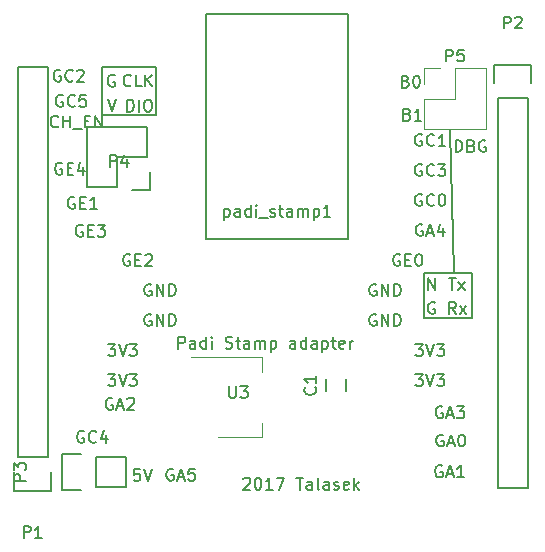
<source format=gbr>
G04 #@! TF.FileFunction,Legend,Top*
%FSLAX46Y46*%
G04 Gerber Fmt 4.6, Leading zero omitted, Abs format (unit mm)*
G04 Created by KiCad (PCBNEW 4.0.7+dfsg1-1) date Tue Feb 27 20:30:27 2018*
%MOMM*%
%LPD*%
G01*
G04 APERTURE LIST*
%ADD10C,0.100000*%
%ADD11C,0.200000*%
%ADD12C,0.150000*%
%ADD13C,0.120000*%
G04 APERTURE END LIST*
D10*
D11*
X171196000Y-108966000D02*
X171577000Y-121031000D01*
X169037000Y-124841000D02*
X169037000Y-121031000D01*
X173101000Y-124841000D02*
X169037000Y-124841000D01*
X173101000Y-121031000D02*
X173101000Y-124841000D01*
X169037000Y-121031000D02*
X173101000Y-121031000D01*
X169386286Y-122499381D02*
X169386286Y-121499381D01*
X169957715Y-122499381D01*
X169957715Y-121499381D01*
X169933905Y-123579000D02*
X169838667Y-123531381D01*
X169695810Y-123531381D01*
X169552952Y-123579000D01*
X169457714Y-123674238D01*
X169410095Y-123769476D01*
X169362476Y-123959952D01*
X169362476Y-124102810D01*
X169410095Y-124293286D01*
X169457714Y-124388524D01*
X169552952Y-124483762D01*
X169695810Y-124531381D01*
X169791048Y-124531381D01*
X169933905Y-124483762D01*
X169981524Y-124436143D01*
X169981524Y-124102810D01*
X169791048Y-124102810D01*
X171735762Y-124531381D02*
X171402428Y-124055190D01*
X171164333Y-124531381D02*
X171164333Y-123531381D01*
X171545286Y-123531381D01*
X171640524Y-123579000D01*
X171688143Y-123626619D01*
X171735762Y-123721857D01*
X171735762Y-123864714D01*
X171688143Y-123959952D01*
X171640524Y-124007571D01*
X171545286Y-124055190D01*
X171164333Y-124055190D01*
X172069095Y-124531381D02*
X172592905Y-123864714D01*
X172069095Y-123864714D02*
X172592905Y-124531381D01*
X171140524Y-121499381D02*
X171711953Y-121499381D01*
X171426238Y-122499381D02*
X171426238Y-121499381D01*
X171950048Y-122499381D02*
X172473858Y-121832714D01*
X171950048Y-121832714D02*
X172473858Y-122499381D01*
X171712095Y-110815381D02*
X171712095Y-109815381D01*
X171950190Y-109815381D01*
X172093048Y-109863000D01*
X172188286Y-109958238D01*
X172235905Y-110053476D01*
X172283524Y-110243952D01*
X172283524Y-110386810D01*
X172235905Y-110577286D01*
X172188286Y-110672524D01*
X172093048Y-110767762D01*
X171950190Y-110815381D01*
X171712095Y-110815381D01*
X173045429Y-110291571D02*
X173188286Y-110339190D01*
X173235905Y-110386810D01*
X173283524Y-110482048D01*
X173283524Y-110624905D01*
X173235905Y-110720143D01*
X173188286Y-110767762D01*
X173093048Y-110815381D01*
X172712095Y-110815381D01*
X172712095Y-109815381D01*
X173045429Y-109815381D01*
X173140667Y-109863000D01*
X173188286Y-109910619D01*
X173235905Y-110005857D01*
X173235905Y-110101095D01*
X173188286Y-110196333D01*
X173140667Y-110243952D01*
X173045429Y-110291571D01*
X172712095Y-110291571D01*
X174235905Y-109863000D02*
X174140667Y-109815381D01*
X173997810Y-109815381D01*
X173854952Y-109863000D01*
X173759714Y-109958238D01*
X173712095Y-110053476D01*
X173664476Y-110243952D01*
X173664476Y-110386810D01*
X173712095Y-110577286D01*
X173759714Y-110672524D01*
X173854952Y-110767762D01*
X173997810Y-110815381D01*
X174093048Y-110815381D01*
X174235905Y-110767762D01*
X174283524Y-110720143D01*
X174283524Y-110386810D01*
X174093048Y-110386810D01*
X141732000Y-107696000D02*
X141732000Y-103632000D01*
X146304000Y-107696000D02*
X141732000Y-107696000D01*
X146304000Y-103632000D02*
X146304000Y-107696000D01*
X141732000Y-103632000D02*
X146304000Y-103632000D01*
X143908591Y-107386381D02*
X143908591Y-106386381D01*
X144146686Y-106386381D01*
X144289544Y-106434000D01*
X144384782Y-106529238D01*
X144432401Y-106624476D01*
X144480020Y-106814952D01*
X144480020Y-106957810D01*
X144432401Y-107148286D01*
X144384782Y-107243524D01*
X144289544Y-107338762D01*
X144146686Y-107386381D01*
X143908591Y-107386381D01*
X144908591Y-107386381D02*
X144908591Y-106386381D01*
X145575257Y-106386381D02*
X145765734Y-106386381D01*
X145860972Y-106434000D01*
X145956210Y-106529238D01*
X146003829Y-106719714D01*
X146003829Y-107053048D01*
X145956210Y-107243524D01*
X145860972Y-107338762D01*
X145765734Y-107386381D01*
X145575257Y-107386381D01*
X145480019Y-107338762D01*
X145384781Y-107243524D01*
X145337162Y-107053048D01*
X145337162Y-106719714D01*
X145384781Y-106529238D01*
X145480019Y-106434000D01*
X145575257Y-106386381D01*
X144210162Y-105157543D02*
X144162543Y-105205162D01*
X144019686Y-105252781D01*
X143924448Y-105252781D01*
X143781590Y-105205162D01*
X143686352Y-105109924D01*
X143638733Y-105014686D01*
X143591114Y-104824210D01*
X143591114Y-104681352D01*
X143638733Y-104490876D01*
X143686352Y-104395638D01*
X143781590Y-104300400D01*
X143924448Y-104252781D01*
X144019686Y-104252781D01*
X144162543Y-104300400D01*
X144210162Y-104348019D01*
X145114924Y-105252781D02*
X144638733Y-105252781D01*
X144638733Y-104252781D01*
X145448257Y-105252781D02*
X145448257Y-104252781D01*
X146019686Y-105252781D02*
X145591114Y-104681352D01*
X146019686Y-104252781D02*
X145448257Y-104824210D01*
X142262267Y-106360981D02*
X142595600Y-107360981D01*
X142928934Y-106360981D01*
X142832105Y-104325800D02*
X142736867Y-104278181D01*
X142594010Y-104278181D01*
X142451152Y-104325800D01*
X142355914Y-104421038D01*
X142308295Y-104516276D01*
X142260676Y-104706752D01*
X142260676Y-104849610D01*
X142308295Y-105040086D01*
X142355914Y-105135324D01*
X142451152Y-105230562D01*
X142594010Y-105278181D01*
X142689248Y-105278181D01*
X142832105Y-105230562D01*
X142879724Y-105182943D01*
X142879724Y-104849610D01*
X142689248Y-104849610D01*
X144970524Y-137653781D02*
X144494333Y-137653781D01*
X144446714Y-138129971D01*
X144494333Y-138082352D01*
X144589571Y-138034733D01*
X144827667Y-138034733D01*
X144922905Y-138082352D01*
X144970524Y-138129971D01*
X145018143Y-138225210D01*
X145018143Y-138463305D01*
X144970524Y-138558543D01*
X144922905Y-138606162D01*
X144827667Y-138653781D01*
X144589571Y-138653781D01*
X144494333Y-138606162D01*
X144446714Y-138558543D01*
X145303857Y-137653781D02*
X145637190Y-138653781D01*
X145970524Y-137653781D01*
X147794743Y-137676000D02*
X147699505Y-137628381D01*
X147556648Y-137628381D01*
X147413790Y-137676000D01*
X147318552Y-137771238D01*
X147270933Y-137866476D01*
X147223314Y-138056952D01*
X147223314Y-138199810D01*
X147270933Y-138390286D01*
X147318552Y-138485524D01*
X147413790Y-138580762D01*
X147556648Y-138628381D01*
X147651886Y-138628381D01*
X147794743Y-138580762D01*
X147842362Y-138533143D01*
X147842362Y-138199810D01*
X147651886Y-138199810D01*
X148223314Y-138342667D02*
X148699505Y-138342667D01*
X148128076Y-138628381D02*
X148461409Y-137628381D01*
X148794743Y-138628381D01*
X149604267Y-137628381D02*
X149128076Y-137628381D01*
X149080457Y-138104571D01*
X149128076Y-138056952D01*
X149223314Y-138009333D01*
X149461410Y-138009333D01*
X149556648Y-138056952D01*
X149604267Y-138104571D01*
X149651886Y-138199810D01*
X149651886Y-138437905D01*
X149604267Y-138533143D01*
X149556648Y-138580762D01*
X149461410Y-138628381D01*
X149223314Y-138628381D01*
X149128076Y-138580762D01*
X149080457Y-138533143D01*
X148241666Y-127452381D02*
X148241666Y-126452381D01*
X148622619Y-126452381D01*
X148717857Y-126500000D01*
X148765476Y-126547619D01*
X148813095Y-126642857D01*
X148813095Y-126785714D01*
X148765476Y-126880952D01*
X148717857Y-126928571D01*
X148622619Y-126976190D01*
X148241666Y-126976190D01*
X149670238Y-127452381D02*
X149670238Y-126928571D01*
X149622619Y-126833333D01*
X149527381Y-126785714D01*
X149336904Y-126785714D01*
X149241666Y-126833333D01*
X149670238Y-127404762D02*
X149575000Y-127452381D01*
X149336904Y-127452381D01*
X149241666Y-127404762D01*
X149194047Y-127309524D01*
X149194047Y-127214286D01*
X149241666Y-127119048D01*
X149336904Y-127071429D01*
X149575000Y-127071429D01*
X149670238Y-127023810D01*
X150575000Y-127452381D02*
X150575000Y-126452381D01*
X150575000Y-127404762D02*
X150479762Y-127452381D01*
X150289285Y-127452381D01*
X150194047Y-127404762D01*
X150146428Y-127357143D01*
X150098809Y-127261905D01*
X150098809Y-126976190D01*
X150146428Y-126880952D01*
X150194047Y-126833333D01*
X150289285Y-126785714D01*
X150479762Y-126785714D01*
X150575000Y-126833333D01*
X151051190Y-127452381D02*
X151051190Y-126785714D01*
X151051190Y-126452381D02*
X151003571Y-126500000D01*
X151051190Y-126547619D01*
X151098809Y-126500000D01*
X151051190Y-126452381D01*
X151051190Y-126547619D01*
X152241666Y-127404762D02*
X152384523Y-127452381D01*
X152622619Y-127452381D01*
X152717857Y-127404762D01*
X152765476Y-127357143D01*
X152813095Y-127261905D01*
X152813095Y-127166667D01*
X152765476Y-127071429D01*
X152717857Y-127023810D01*
X152622619Y-126976190D01*
X152432142Y-126928571D01*
X152336904Y-126880952D01*
X152289285Y-126833333D01*
X152241666Y-126738095D01*
X152241666Y-126642857D01*
X152289285Y-126547619D01*
X152336904Y-126500000D01*
X152432142Y-126452381D01*
X152670238Y-126452381D01*
X152813095Y-126500000D01*
X153098809Y-126785714D02*
X153479761Y-126785714D01*
X153241666Y-126452381D02*
X153241666Y-127309524D01*
X153289285Y-127404762D01*
X153384523Y-127452381D01*
X153479761Y-127452381D01*
X154241667Y-127452381D02*
X154241667Y-126928571D01*
X154194048Y-126833333D01*
X154098810Y-126785714D01*
X153908333Y-126785714D01*
X153813095Y-126833333D01*
X154241667Y-127404762D02*
X154146429Y-127452381D01*
X153908333Y-127452381D01*
X153813095Y-127404762D01*
X153765476Y-127309524D01*
X153765476Y-127214286D01*
X153813095Y-127119048D01*
X153908333Y-127071429D01*
X154146429Y-127071429D01*
X154241667Y-127023810D01*
X154717857Y-127452381D02*
X154717857Y-126785714D01*
X154717857Y-126880952D02*
X154765476Y-126833333D01*
X154860714Y-126785714D01*
X155003572Y-126785714D01*
X155098810Y-126833333D01*
X155146429Y-126928571D01*
X155146429Y-127452381D01*
X155146429Y-126928571D02*
X155194048Y-126833333D01*
X155289286Y-126785714D01*
X155432143Y-126785714D01*
X155527381Y-126833333D01*
X155575000Y-126928571D01*
X155575000Y-127452381D01*
X156051190Y-126785714D02*
X156051190Y-127785714D01*
X156051190Y-126833333D02*
X156146428Y-126785714D01*
X156336905Y-126785714D01*
X156432143Y-126833333D01*
X156479762Y-126880952D01*
X156527381Y-126976190D01*
X156527381Y-127261905D01*
X156479762Y-127357143D01*
X156432143Y-127404762D01*
X156336905Y-127452381D01*
X156146428Y-127452381D01*
X156051190Y-127404762D01*
X158146429Y-127452381D02*
X158146429Y-126928571D01*
X158098810Y-126833333D01*
X158003572Y-126785714D01*
X157813095Y-126785714D01*
X157717857Y-126833333D01*
X158146429Y-127404762D02*
X158051191Y-127452381D01*
X157813095Y-127452381D01*
X157717857Y-127404762D01*
X157670238Y-127309524D01*
X157670238Y-127214286D01*
X157717857Y-127119048D01*
X157813095Y-127071429D01*
X158051191Y-127071429D01*
X158146429Y-127023810D01*
X159051191Y-127452381D02*
X159051191Y-126452381D01*
X159051191Y-127404762D02*
X158955953Y-127452381D01*
X158765476Y-127452381D01*
X158670238Y-127404762D01*
X158622619Y-127357143D01*
X158575000Y-127261905D01*
X158575000Y-126976190D01*
X158622619Y-126880952D01*
X158670238Y-126833333D01*
X158765476Y-126785714D01*
X158955953Y-126785714D01*
X159051191Y-126833333D01*
X159955953Y-127452381D02*
X159955953Y-126928571D01*
X159908334Y-126833333D01*
X159813096Y-126785714D01*
X159622619Y-126785714D01*
X159527381Y-126833333D01*
X159955953Y-127404762D02*
X159860715Y-127452381D01*
X159622619Y-127452381D01*
X159527381Y-127404762D01*
X159479762Y-127309524D01*
X159479762Y-127214286D01*
X159527381Y-127119048D01*
X159622619Y-127071429D01*
X159860715Y-127071429D01*
X159955953Y-127023810D01*
X160432143Y-126785714D02*
X160432143Y-127785714D01*
X160432143Y-126833333D02*
X160527381Y-126785714D01*
X160717858Y-126785714D01*
X160813096Y-126833333D01*
X160860715Y-126880952D01*
X160908334Y-126976190D01*
X160908334Y-127261905D01*
X160860715Y-127357143D01*
X160813096Y-127404762D01*
X160717858Y-127452381D01*
X160527381Y-127452381D01*
X160432143Y-127404762D01*
X161194048Y-126785714D02*
X161575000Y-126785714D01*
X161336905Y-126452381D02*
X161336905Y-127309524D01*
X161384524Y-127404762D01*
X161479762Y-127452381D01*
X161575000Y-127452381D01*
X162289287Y-127404762D02*
X162194049Y-127452381D01*
X162003572Y-127452381D01*
X161908334Y-127404762D01*
X161860715Y-127309524D01*
X161860715Y-126928571D01*
X161908334Y-126833333D01*
X162003572Y-126785714D01*
X162194049Y-126785714D01*
X162289287Y-126833333D01*
X162336906Y-126928571D01*
X162336906Y-127023810D01*
X161860715Y-127119048D01*
X162765477Y-127452381D02*
X162765477Y-126785714D01*
X162765477Y-126976190D02*
X162813096Y-126880952D01*
X162860715Y-126833333D01*
X162955953Y-126785714D01*
X163051192Y-126785714D01*
X153742047Y-138485619D02*
X153789666Y-138438000D01*
X153884904Y-138390381D01*
X154123000Y-138390381D01*
X154218238Y-138438000D01*
X154265857Y-138485619D01*
X154313476Y-138580857D01*
X154313476Y-138676095D01*
X154265857Y-138818952D01*
X153694428Y-139390381D01*
X154313476Y-139390381D01*
X154932523Y-138390381D02*
X155027762Y-138390381D01*
X155123000Y-138438000D01*
X155170619Y-138485619D01*
X155218238Y-138580857D01*
X155265857Y-138771333D01*
X155265857Y-139009429D01*
X155218238Y-139199905D01*
X155170619Y-139295143D01*
X155123000Y-139342762D01*
X155027762Y-139390381D01*
X154932523Y-139390381D01*
X154837285Y-139342762D01*
X154789666Y-139295143D01*
X154742047Y-139199905D01*
X154694428Y-139009429D01*
X154694428Y-138771333D01*
X154742047Y-138580857D01*
X154789666Y-138485619D01*
X154837285Y-138438000D01*
X154932523Y-138390381D01*
X156218238Y-139390381D02*
X155646809Y-139390381D01*
X155932523Y-139390381D02*
X155932523Y-138390381D01*
X155837285Y-138533238D01*
X155742047Y-138628476D01*
X155646809Y-138676095D01*
X156551571Y-138390381D02*
X157218238Y-138390381D01*
X156789666Y-139390381D01*
X158218238Y-138390381D02*
X158789667Y-138390381D01*
X158503952Y-139390381D02*
X158503952Y-138390381D01*
X159551572Y-139390381D02*
X159551572Y-138866571D01*
X159503953Y-138771333D01*
X159408715Y-138723714D01*
X159218238Y-138723714D01*
X159123000Y-138771333D01*
X159551572Y-139342762D02*
X159456334Y-139390381D01*
X159218238Y-139390381D01*
X159123000Y-139342762D01*
X159075381Y-139247524D01*
X159075381Y-139152286D01*
X159123000Y-139057048D01*
X159218238Y-139009429D01*
X159456334Y-139009429D01*
X159551572Y-138961810D01*
X160170619Y-139390381D02*
X160075381Y-139342762D01*
X160027762Y-139247524D01*
X160027762Y-138390381D01*
X160980144Y-139390381D02*
X160980144Y-138866571D01*
X160932525Y-138771333D01*
X160837287Y-138723714D01*
X160646810Y-138723714D01*
X160551572Y-138771333D01*
X160980144Y-139342762D02*
X160884906Y-139390381D01*
X160646810Y-139390381D01*
X160551572Y-139342762D01*
X160503953Y-139247524D01*
X160503953Y-139152286D01*
X160551572Y-139057048D01*
X160646810Y-139009429D01*
X160884906Y-139009429D01*
X160980144Y-138961810D01*
X161408715Y-139342762D02*
X161503953Y-139390381D01*
X161694429Y-139390381D01*
X161789668Y-139342762D01*
X161837287Y-139247524D01*
X161837287Y-139199905D01*
X161789668Y-139104667D01*
X161694429Y-139057048D01*
X161551572Y-139057048D01*
X161456334Y-139009429D01*
X161408715Y-138914190D01*
X161408715Y-138866571D01*
X161456334Y-138771333D01*
X161551572Y-138723714D01*
X161694429Y-138723714D01*
X161789668Y-138771333D01*
X162646811Y-139342762D02*
X162551573Y-139390381D01*
X162361096Y-139390381D01*
X162265858Y-139342762D01*
X162218239Y-139247524D01*
X162218239Y-138866571D01*
X162265858Y-138771333D01*
X162361096Y-138723714D01*
X162551573Y-138723714D01*
X162646811Y-138771333D01*
X162694430Y-138866571D01*
X162694430Y-138961810D01*
X162218239Y-139057048D01*
X163123001Y-139390381D02*
X163123001Y-138390381D01*
X163218239Y-139009429D02*
X163503954Y-139390381D01*
X163503954Y-138723714D02*
X163123001Y-139104667D01*
X170553143Y-137396600D02*
X170457905Y-137348981D01*
X170315048Y-137348981D01*
X170172190Y-137396600D01*
X170076952Y-137491838D01*
X170029333Y-137587076D01*
X169981714Y-137777552D01*
X169981714Y-137920410D01*
X170029333Y-138110886D01*
X170076952Y-138206124D01*
X170172190Y-138301362D01*
X170315048Y-138348981D01*
X170410286Y-138348981D01*
X170553143Y-138301362D01*
X170600762Y-138253743D01*
X170600762Y-137920410D01*
X170410286Y-137920410D01*
X170981714Y-138063267D02*
X171457905Y-138063267D01*
X170886476Y-138348981D02*
X171219809Y-137348981D01*
X171553143Y-138348981D01*
X172410286Y-138348981D02*
X171838857Y-138348981D01*
X172124571Y-138348981D02*
X172124571Y-137348981D01*
X172029333Y-137491838D01*
X171934095Y-137587076D01*
X171838857Y-137634695D01*
X170654743Y-134780400D02*
X170559505Y-134732781D01*
X170416648Y-134732781D01*
X170273790Y-134780400D01*
X170178552Y-134875638D01*
X170130933Y-134970876D01*
X170083314Y-135161352D01*
X170083314Y-135304210D01*
X170130933Y-135494686D01*
X170178552Y-135589924D01*
X170273790Y-135685162D01*
X170416648Y-135732781D01*
X170511886Y-135732781D01*
X170654743Y-135685162D01*
X170702362Y-135637543D01*
X170702362Y-135304210D01*
X170511886Y-135304210D01*
X171083314Y-135447067D02*
X171559505Y-135447067D01*
X170988076Y-135732781D02*
X171321409Y-134732781D01*
X171654743Y-135732781D01*
X172178552Y-134732781D02*
X172273791Y-134732781D01*
X172369029Y-134780400D01*
X172416648Y-134828019D01*
X172464267Y-134923257D01*
X172511886Y-135113733D01*
X172511886Y-135351829D01*
X172464267Y-135542305D01*
X172416648Y-135637543D01*
X172369029Y-135685162D01*
X172273791Y-135732781D01*
X172178552Y-135732781D01*
X172083314Y-135685162D01*
X172035695Y-135637543D01*
X171988076Y-135542305D01*
X171940457Y-135351829D01*
X171940457Y-135113733D01*
X171988076Y-134923257D01*
X172035695Y-134828019D01*
X172083314Y-134780400D01*
X172178552Y-134732781D01*
X170578543Y-132392800D02*
X170483305Y-132345181D01*
X170340448Y-132345181D01*
X170197590Y-132392800D01*
X170102352Y-132488038D01*
X170054733Y-132583276D01*
X170007114Y-132773752D01*
X170007114Y-132916610D01*
X170054733Y-133107086D01*
X170102352Y-133202324D01*
X170197590Y-133297562D01*
X170340448Y-133345181D01*
X170435686Y-133345181D01*
X170578543Y-133297562D01*
X170626162Y-133249943D01*
X170626162Y-132916610D01*
X170435686Y-132916610D01*
X171007114Y-133059467D02*
X171483305Y-133059467D01*
X170911876Y-133345181D02*
X171245209Y-132345181D01*
X171578543Y-133345181D01*
X171816638Y-132345181D02*
X172435686Y-132345181D01*
X172102352Y-132726133D01*
X172245210Y-132726133D01*
X172340448Y-132773752D01*
X172388067Y-132821371D01*
X172435686Y-132916610D01*
X172435686Y-133154705D01*
X172388067Y-133249943D01*
X172340448Y-133297562D01*
X172245210Y-133345181D01*
X171959495Y-133345181D01*
X171864257Y-133297562D01*
X171816638Y-133249943D01*
X168306905Y-129627381D02*
X168925953Y-129627381D01*
X168592619Y-130008333D01*
X168735477Y-130008333D01*
X168830715Y-130055952D01*
X168878334Y-130103571D01*
X168925953Y-130198810D01*
X168925953Y-130436905D01*
X168878334Y-130532143D01*
X168830715Y-130579762D01*
X168735477Y-130627381D01*
X168449762Y-130627381D01*
X168354524Y-130579762D01*
X168306905Y-130532143D01*
X169211667Y-129627381D02*
X169545000Y-130627381D01*
X169878334Y-129627381D01*
X170116429Y-129627381D02*
X170735477Y-129627381D01*
X170402143Y-130008333D01*
X170545001Y-130008333D01*
X170640239Y-130055952D01*
X170687858Y-130103571D01*
X170735477Y-130198810D01*
X170735477Y-130436905D01*
X170687858Y-130532143D01*
X170640239Y-130579762D01*
X170545001Y-130627381D01*
X170259286Y-130627381D01*
X170164048Y-130579762D01*
X170116429Y-130532143D01*
X168306905Y-127087381D02*
X168925953Y-127087381D01*
X168592619Y-127468333D01*
X168735477Y-127468333D01*
X168830715Y-127515952D01*
X168878334Y-127563571D01*
X168925953Y-127658810D01*
X168925953Y-127896905D01*
X168878334Y-127992143D01*
X168830715Y-128039762D01*
X168735477Y-128087381D01*
X168449762Y-128087381D01*
X168354524Y-128039762D01*
X168306905Y-127992143D01*
X169211667Y-127087381D02*
X169545000Y-128087381D01*
X169878334Y-127087381D01*
X170116429Y-127087381D02*
X170735477Y-127087381D01*
X170402143Y-127468333D01*
X170545001Y-127468333D01*
X170640239Y-127515952D01*
X170687858Y-127563571D01*
X170735477Y-127658810D01*
X170735477Y-127896905D01*
X170687858Y-127992143D01*
X170640239Y-128039762D01*
X170545001Y-128087381D01*
X170259286Y-128087381D01*
X170164048Y-128039762D01*
X170116429Y-127992143D01*
X164973096Y-124595000D02*
X164877858Y-124547381D01*
X164735001Y-124547381D01*
X164592143Y-124595000D01*
X164496905Y-124690238D01*
X164449286Y-124785476D01*
X164401667Y-124975952D01*
X164401667Y-125118810D01*
X164449286Y-125309286D01*
X164496905Y-125404524D01*
X164592143Y-125499762D01*
X164735001Y-125547381D01*
X164830239Y-125547381D01*
X164973096Y-125499762D01*
X165020715Y-125452143D01*
X165020715Y-125118810D01*
X164830239Y-125118810D01*
X165449286Y-125547381D02*
X165449286Y-124547381D01*
X166020715Y-125547381D01*
X166020715Y-124547381D01*
X166496905Y-125547381D02*
X166496905Y-124547381D01*
X166735000Y-124547381D01*
X166877858Y-124595000D01*
X166973096Y-124690238D01*
X167020715Y-124785476D01*
X167068334Y-124975952D01*
X167068334Y-125118810D01*
X167020715Y-125309286D01*
X166973096Y-125404524D01*
X166877858Y-125499762D01*
X166735000Y-125547381D01*
X166496905Y-125547381D01*
X164973096Y-122055000D02*
X164877858Y-122007381D01*
X164735001Y-122007381D01*
X164592143Y-122055000D01*
X164496905Y-122150238D01*
X164449286Y-122245476D01*
X164401667Y-122435952D01*
X164401667Y-122578810D01*
X164449286Y-122769286D01*
X164496905Y-122864524D01*
X164592143Y-122959762D01*
X164735001Y-123007381D01*
X164830239Y-123007381D01*
X164973096Y-122959762D01*
X165020715Y-122912143D01*
X165020715Y-122578810D01*
X164830239Y-122578810D01*
X165449286Y-123007381D02*
X165449286Y-122007381D01*
X166020715Y-123007381D01*
X166020715Y-122007381D01*
X166496905Y-123007381D02*
X166496905Y-122007381D01*
X166735000Y-122007381D01*
X166877858Y-122055000D01*
X166973096Y-122150238D01*
X167020715Y-122245476D01*
X167068334Y-122435952D01*
X167068334Y-122578810D01*
X167020715Y-122769286D01*
X166973096Y-122864524D01*
X166877858Y-122959762D01*
X166735000Y-123007381D01*
X166496905Y-123007381D01*
X166973334Y-119515000D02*
X166878096Y-119467381D01*
X166735239Y-119467381D01*
X166592381Y-119515000D01*
X166497143Y-119610238D01*
X166449524Y-119705476D01*
X166401905Y-119895952D01*
X166401905Y-120038810D01*
X166449524Y-120229286D01*
X166497143Y-120324524D01*
X166592381Y-120419762D01*
X166735239Y-120467381D01*
X166830477Y-120467381D01*
X166973334Y-120419762D01*
X167020953Y-120372143D01*
X167020953Y-120038810D01*
X166830477Y-120038810D01*
X167449524Y-119943571D02*
X167782858Y-119943571D01*
X167925715Y-120467381D02*
X167449524Y-120467381D01*
X167449524Y-119467381D01*
X167925715Y-119467381D01*
X168544762Y-119467381D02*
X168640001Y-119467381D01*
X168735239Y-119515000D01*
X168782858Y-119562619D01*
X168830477Y-119657857D01*
X168878096Y-119848333D01*
X168878096Y-120086429D01*
X168830477Y-120276905D01*
X168782858Y-120372143D01*
X168735239Y-120419762D01*
X168640001Y-120467381D01*
X168544762Y-120467381D01*
X168449524Y-120419762D01*
X168401905Y-120372143D01*
X168354286Y-120276905D01*
X168306667Y-120086429D01*
X168306667Y-119848333D01*
X168354286Y-119657857D01*
X168401905Y-119562619D01*
X168449524Y-119515000D01*
X168544762Y-119467381D01*
X168902143Y-116975000D02*
X168806905Y-116927381D01*
X168664048Y-116927381D01*
X168521190Y-116975000D01*
X168425952Y-117070238D01*
X168378333Y-117165476D01*
X168330714Y-117355952D01*
X168330714Y-117498810D01*
X168378333Y-117689286D01*
X168425952Y-117784524D01*
X168521190Y-117879762D01*
X168664048Y-117927381D01*
X168759286Y-117927381D01*
X168902143Y-117879762D01*
X168949762Y-117832143D01*
X168949762Y-117498810D01*
X168759286Y-117498810D01*
X169330714Y-117641667D02*
X169806905Y-117641667D01*
X169235476Y-117927381D02*
X169568809Y-116927381D01*
X169902143Y-117927381D01*
X170664048Y-117260714D02*
X170664048Y-117927381D01*
X170425952Y-116879762D02*
X170187857Y-117594048D01*
X170806905Y-117594048D01*
X168830715Y-114435000D02*
X168735477Y-114387381D01*
X168592620Y-114387381D01*
X168449762Y-114435000D01*
X168354524Y-114530238D01*
X168306905Y-114625476D01*
X168259286Y-114815952D01*
X168259286Y-114958810D01*
X168306905Y-115149286D01*
X168354524Y-115244524D01*
X168449762Y-115339762D01*
X168592620Y-115387381D01*
X168687858Y-115387381D01*
X168830715Y-115339762D01*
X168878334Y-115292143D01*
X168878334Y-114958810D01*
X168687858Y-114958810D01*
X169878334Y-115292143D02*
X169830715Y-115339762D01*
X169687858Y-115387381D01*
X169592620Y-115387381D01*
X169449762Y-115339762D01*
X169354524Y-115244524D01*
X169306905Y-115149286D01*
X169259286Y-114958810D01*
X169259286Y-114815952D01*
X169306905Y-114625476D01*
X169354524Y-114530238D01*
X169449762Y-114435000D01*
X169592620Y-114387381D01*
X169687858Y-114387381D01*
X169830715Y-114435000D01*
X169878334Y-114482619D01*
X170497381Y-114387381D02*
X170592620Y-114387381D01*
X170687858Y-114435000D01*
X170735477Y-114482619D01*
X170783096Y-114577857D01*
X170830715Y-114768333D01*
X170830715Y-115006429D01*
X170783096Y-115196905D01*
X170735477Y-115292143D01*
X170687858Y-115339762D01*
X170592620Y-115387381D01*
X170497381Y-115387381D01*
X170402143Y-115339762D01*
X170354524Y-115292143D01*
X170306905Y-115196905D01*
X170259286Y-115006429D01*
X170259286Y-114768333D01*
X170306905Y-114577857D01*
X170354524Y-114482619D01*
X170402143Y-114435000D01*
X170497381Y-114387381D01*
X168830715Y-111895000D02*
X168735477Y-111847381D01*
X168592620Y-111847381D01*
X168449762Y-111895000D01*
X168354524Y-111990238D01*
X168306905Y-112085476D01*
X168259286Y-112275952D01*
X168259286Y-112418810D01*
X168306905Y-112609286D01*
X168354524Y-112704524D01*
X168449762Y-112799762D01*
X168592620Y-112847381D01*
X168687858Y-112847381D01*
X168830715Y-112799762D01*
X168878334Y-112752143D01*
X168878334Y-112418810D01*
X168687858Y-112418810D01*
X169878334Y-112752143D02*
X169830715Y-112799762D01*
X169687858Y-112847381D01*
X169592620Y-112847381D01*
X169449762Y-112799762D01*
X169354524Y-112704524D01*
X169306905Y-112609286D01*
X169259286Y-112418810D01*
X169259286Y-112275952D01*
X169306905Y-112085476D01*
X169354524Y-111990238D01*
X169449762Y-111895000D01*
X169592620Y-111847381D01*
X169687858Y-111847381D01*
X169830715Y-111895000D01*
X169878334Y-111942619D01*
X170211667Y-111847381D02*
X170830715Y-111847381D01*
X170497381Y-112228333D01*
X170640239Y-112228333D01*
X170735477Y-112275952D01*
X170783096Y-112323571D01*
X170830715Y-112418810D01*
X170830715Y-112656905D01*
X170783096Y-112752143D01*
X170735477Y-112799762D01*
X170640239Y-112847381D01*
X170354524Y-112847381D01*
X170259286Y-112799762D01*
X170211667Y-112752143D01*
X168830715Y-109355000D02*
X168735477Y-109307381D01*
X168592620Y-109307381D01*
X168449762Y-109355000D01*
X168354524Y-109450238D01*
X168306905Y-109545476D01*
X168259286Y-109735952D01*
X168259286Y-109878810D01*
X168306905Y-110069286D01*
X168354524Y-110164524D01*
X168449762Y-110259762D01*
X168592620Y-110307381D01*
X168687858Y-110307381D01*
X168830715Y-110259762D01*
X168878334Y-110212143D01*
X168878334Y-109878810D01*
X168687858Y-109878810D01*
X169878334Y-110212143D02*
X169830715Y-110259762D01*
X169687858Y-110307381D01*
X169592620Y-110307381D01*
X169449762Y-110259762D01*
X169354524Y-110164524D01*
X169306905Y-110069286D01*
X169259286Y-109878810D01*
X169259286Y-109735952D01*
X169306905Y-109545476D01*
X169354524Y-109450238D01*
X169449762Y-109355000D01*
X169592620Y-109307381D01*
X169687858Y-109307381D01*
X169830715Y-109355000D01*
X169878334Y-109402619D01*
X170830715Y-110307381D02*
X170259286Y-110307381D01*
X170545000Y-110307381D02*
X170545000Y-109307381D01*
X170449762Y-109450238D01*
X170354524Y-109545476D01*
X170259286Y-109593095D01*
X167616239Y-107624571D02*
X167759096Y-107672190D01*
X167806715Y-107719810D01*
X167854334Y-107815048D01*
X167854334Y-107957905D01*
X167806715Y-108053143D01*
X167759096Y-108100762D01*
X167663858Y-108148381D01*
X167282905Y-108148381D01*
X167282905Y-107148381D01*
X167616239Y-107148381D01*
X167711477Y-107196000D01*
X167759096Y-107243619D01*
X167806715Y-107338857D01*
X167806715Y-107434095D01*
X167759096Y-107529333D01*
X167711477Y-107576952D01*
X167616239Y-107624571D01*
X167282905Y-107624571D01*
X168806715Y-108148381D02*
X168235286Y-108148381D01*
X168521000Y-108148381D02*
X168521000Y-107148381D01*
X168425762Y-107291238D01*
X168330524Y-107386476D01*
X168235286Y-107434095D01*
X167489239Y-104830571D02*
X167632096Y-104878190D01*
X167679715Y-104925810D01*
X167727334Y-105021048D01*
X167727334Y-105163905D01*
X167679715Y-105259143D01*
X167632096Y-105306762D01*
X167536858Y-105354381D01*
X167155905Y-105354381D01*
X167155905Y-104354381D01*
X167489239Y-104354381D01*
X167584477Y-104402000D01*
X167632096Y-104449619D01*
X167679715Y-104544857D01*
X167679715Y-104640095D01*
X167632096Y-104735333D01*
X167584477Y-104782952D01*
X167489239Y-104830571D01*
X167155905Y-104830571D01*
X168346381Y-104354381D02*
X168441620Y-104354381D01*
X168536858Y-104402000D01*
X168584477Y-104449619D01*
X168632096Y-104544857D01*
X168679715Y-104735333D01*
X168679715Y-104973429D01*
X168632096Y-105163905D01*
X168584477Y-105259143D01*
X168536858Y-105306762D01*
X168441620Y-105354381D01*
X168346381Y-105354381D01*
X168251143Y-105306762D01*
X168203524Y-105259143D01*
X168155905Y-105163905D01*
X168108286Y-104973429D01*
X168108286Y-104735333D01*
X168155905Y-104544857D01*
X168203524Y-104449619D01*
X168251143Y-104402000D01*
X168346381Y-104354381D01*
X140230315Y-134475600D02*
X140135077Y-134427981D01*
X139992220Y-134427981D01*
X139849362Y-134475600D01*
X139754124Y-134570838D01*
X139706505Y-134666076D01*
X139658886Y-134856552D01*
X139658886Y-134999410D01*
X139706505Y-135189886D01*
X139754124Y-135285124D01*
X139849362Y-135380362D01*
X139992220Y-135427981D01*
X140087458Y-135427981D01*
X140230315Y-135380362D01*
X140277934Y-135332743D01*
X140277934Y-134999410D01*
X140087458Y-134999410D01*
X141277934Y-135332743D02*
X141230315Y-135380362D01*
X141087458Y-135427981D01*
X140992220Y-135427981D01*
X140849362Y-135380362D01*
X140754124Y-135285124D01*
X140706505Y-135189886D01*
X140658886Y-134999410D01*
X140658886Y-134856552D01*
X140706505Y-134666076D01*
X140754124Y-134570838D01*
X140849362Y-134475600D01*
X140992220Y-134427981D01*
X141087458Y-134427981D01*
X141230315Y-134475600D01*
X141277934Y-134523219D01*
X142135077Y-134761314D02*
X142135077Y-135427981D01*
X141896981Y-134380362D02*
X141658886Y-135094648D01*
X142277934Y-135094648D01*
X142638543Y-131681600D02*
X142543305Y-131633981D01*
X142400448Y-131633981D01*
X142257590Y-131681600D01*
X142162352Y-131776838D01*
X142114733Y-131872076D01*
X142067114Y-132062552D01*
X142067114Y-132205410D01*
X142114733Y-132395886D01*
X142162352Y-132491124D01*
X142257590Y-132586362D01*
X142400448Y-132633981D01*
X142495686Y-132633981D01*
X142638543Y-132586362D01*
X142686162Y-132538743D01*
X142686162Y-132205410D01*
X142495686Y-132205410D01*
X143067114Y-132348267D02*
X143543305Y-132348267D01*
X142971876Y-132633981D02*
X143305209Y-131633981D01*
X143638543Y-132633981D01*
X143924257Y-131729219D02*
X143971876Y-131681600D01*
X144067114Y-131633981D01*
X144305210Y-131633981D01*
X144400448Y-131681600D01*
X144448067Y-131729219D01*
X144495686Y-131824457D01*
X144495686Y-131919695D01*
X144448067Y-132062552D01*
X143876638Y-132633981D01*
X144495686Y-132633981D01*
X142271905Y-129627381D02*
X142890953Y-129627381D01*
X142557619Y-130008333D01*
X142700477Y-130008333D01*
X142795715Y-130055952D01*
X142843334Y-130103571D01*
X142890953Y-130198810D01*
X142890953Y-130436905D01*
X142843334Y-130532143D01*
X142795715Y-130579762D01*
X142700477Y-130627381D01*
X142414762Y-130627381D01*
X142319524Y-130579762D01*
X142271905Y-130532143D01*
X143176667Y-129627381D02*
X143510000Y-130627381D01*
X143843334Y-129627381D01*
X144081429Y-129627381D02*
X144700477Y-129627381D01*
X144367143Y-130008333D01*
X144510001Y-130008333D01*
X144605239Y-130055952D01*
X144652858Y-130103571D01*
X144700477Y-130198810D01*
X144700477Y-130436905D01*
X144652858Y-130532143D01*
X144605239Y-130579762D01*
X144510001Y-130627381D01*
X144224286Y-130627381D01*
X144129048Y-130579762D01*
X144081429Y-130532143D01*
X142271905Y-127087381D02*
X142890953Y-127087381D01*
X142557619Y-127468333D01*
X142700477Y-127468333D01*
X142795715Y-127515952D01*
X142843334Y-127563571D01*
X142890953Y-127658810D01*
X142890953Y-127896905D01*
X142843334Y-127992143D01*
X142795715Y-128039762D01*
X142700477Y-128087381D01*
X142414762Y-128087381D01*
X142319524Y-128039762D01*
X142271905Y-127992143D01*
X143176667Y-127087381D02*
X143510000Y-128087381D01*
X143843334Y-127087381D01*
X144081429Y-127087381D02*
X144700477Y-127087381D01*
X144367143Y-127468333D01*
X144510001Y-127468333D01*
X144605239Y-127515952D01*
X144652858Y-127563571D01*
X144700477Y-127658810D01*
X144700477Y-127896905D01*
X144652858Y-127992143D01*
X144605239Y-128039762D01*
X144510001Y-128087381D01*
X144224286Y-128087381D01*
X144129048Y-128039762D01*
X144081429Y-127992143D01*
X145923096Y-124595000D02*
X145827858Y-124547381D01*
X145685001Y-124547381D01*
X145542143Y-124595000D01*
X145446905Y-124690238D01*
X145399286Y-124785476D01*
X145351667Y-124975952D01*
X145351667Y-125118810D01*
X145399286Y-125309286D01*
X145446905Y-125404524D01*
X145542143Y-125499762D01*
X145685001Y-125547381D01*
X145780239Y-125547381D01*
X145923096Y-125499762D01*
X145970715Y-125452143D01*
X145970715Y-125118810D01*
X145780239Y-125118810D01*
X146399286Y-125547381D02*
X146399286Y-124547381D01*
X146970715Y-125547381D01*
X146970715Y-124547381D01*
X147446905Y-125547381D02*
X147446905Y-124547381D01*
X147685000Y-124547381D01*
X147827858Y-124595000D01*
X147923096Y-124690238D01*
X147970715Y-124785476D01*
X148018334Y-124975952D01*
X148018334Y-125118810D01*
X147970715Y-125309286D01*
X147923096Y-125404524D01*
X147827858Y-125499762D01*
X147685000Y-125547381D01*
X147446905Y-125547381D01*
X145923096Y-122055000D02*
X145827858Y-122007381D01*
X145685001Y-122007381D01*
X145542143Y-122055000D01*
X145446905Y-122150238D01*
X145399286Y-122245476D01*
X145351667Y-122435952D01*
X145351667Y-122578810D01*
X145399286Y-122769286D01*
X145446905Y-122864524D01*
X145542143Y-122959762D01*
X145685001Y-123007381D01*
X145780239Y-123007381D01*
X145923096Y-122959762D01*
X145970715Y-122912143D01*
X145970715Y-122578810D01*
X145780239Y-122578810D01*
X146399286Y-123007381D02*
X146399286Y-122007381D01*
X146970715Y-123007381D01*
X146970715Y-122007381D01*
X147446905Y-123007381D02*
X147446905Y-122007381D01*
X147685000Y-122007381D01*
X147827858Y-122055000D01*
X147923096Y-122150238D01*
X147970715Y-122245476D01*
X148018334Y-122435952D01*
X148018334Y-122578810D01*
X147970715Y-122769286D01*
X147923096Y-122864524D01*
X147827858Y-122959762D01*
X147685000Y-123007381D01*
X147446905Y-123007381D01*
X144113334Y-119515000D02*
X144018096Y-119467381D01*
X143875239Y-119467381D01*
X143732381Y-119515000D01*
X143637143Y-119610238D01*
X143589524Y-119705476D01*
X143541905Y-119895952D01*
X143541905Y-120038810D01*
X143589524Y-120229286D01*
X143637143Y-120324524D01*
X143732381Y-120419762D01*
X143875239Y-120467381D01*
X143970477Y-120467381D01*
X144113334Y-120419762D01*
X144160953Y-120372143D01*
X144160953Y-120038810D01*
X143970477Y-120038810D01*
X144589524Y-119943571D02*
X144922858Y-119943571D01*
X145065715Y-120467381D02*
X144589524Y-120467381D01*
X144589524Y-119467381D01*
X145065715Y-119467381D01*
X145446667Y-119562619D02*
X145494286Y-119515000D01*
X145589524Y-119467381D01*
X145827620Y-119467381D01*
X145922858Y-119515000D01*
X145970477Y-119562619D01*
X146018096Y-119657857D01*
X146018096Y-119753095D01*
X145970477Y-119895952D01*
X145399048Y-120467381D01*
X146018096Y-120467381D01*
X140125534Y-117025800D02*
X140030296Y-116978181D01*
X139887439Y-116978181D01*
X139744581Y-117025800D01*
X139649343Y-117121038D01*
X139601724Y-117216276D01*
X139554105Y-117406752D01*
X139554105Y-117549610D01*
X139601724Y-117740086D01*
X139649343Y-117835324D01*
X139744581Y-117930562D01*
X139887439Y-117978181D01*
X139982677Y-117978181D01*
X140125534Y-117930562D01*
X140173153Y-117882943D01*
X140173153Y-117549610D01*
X139982677Y-117549610D01*
X140601724Y-117454371D02*
X140935058Y-117454371D01*
X141077915Y-117978181D02*
X140601724Y-117978181D01*
X140601724Y-116978181D01*
X141077915Y-116978181D01*
X141411248Y-116978181D02*
X142030296Y-116978181D01*
X141696962Y-117359133D01*
X141839820Y-117359133D01*
X141935058Y-117406752D01*
X141982677Y-117454371D01*
X142030296Y-117549610D01*
X142030296Y-117787705D01*
X141982677Y-117882943D01*
X141935058Y-117930562D01*
X141839820Y-117978181D01*
X141554105Y-117978181D01*
X141458867Y-117930562D01*
X141411248Y-117882943D01*
X139439734Y-114663600D02*
X139344496Y-114615981D01*
X139201639Y-114615981D01*
X139058781Y-114663600D01*
X138963543Y-114758838D01*
X138915924Y-114854076D01*
X138868305Y-115044552D01*
X138868305Y-115187410D01*
X138915924Y-115377886D01*
X138963543Y-115473124D01*
X139058781Y-115568362D01*
X139201639Y-115615981D01*
X139296877Y-115615981D01*
X139439734Y-115568362D01*
X139487353Y-115520743D01*
X139487353Y-115187410D01*
X139296877Y-115187410D01*
X139915924Y-115092171D02*
X140249258Y-115092171D01*
X140392115Y-115615981D02*
X139915924Y-115615981D01*
X139915924Y-114615981D01*
X140392115Y-114615981D01*
X141344496Y-115615981D02*
X140773067Y-115615981D01*
X141058781Y-115615981D02*
X141058781Y-114615981D01*
X140963543Y-114758838D01*
X140868305Y-114854076D01*
X140773067Y-114901695D01*
X138372934Y-111768000D02*
X138277696Y-111720381D01*
X138134839Y-111720381D01*
X137991981Y-111768000D01*
X137896743Y-111863238D01*
X137849124Y-111958476D01*
X137801505Y-112148952D01*
X137801505Y-112291810D01*
X137849124Y-112482286D01*
X137896743Y-112577524D01*
X137991981Y-112672762D01*
X138134839Y-112720381D01*
X138230077Y-112720381D01*
X138372934Y-112672762D01*
X138420553Y-112625143D01*
X138420553Y-112291810D01*
X138230077Y-112291810D01*
X138849124Y-112196571D02*
X139182458Y-112196571D01*
X139325315Y-112720381D02*
X138849124Y-112720381D01*
X138849124Y-111720381D01*
X139325315Y-111720381D01*
X140182458Y-112053714D02*
X140182458Y-112720381D01*
X139944362Y-111672762D02*
X139706267Y-112387048D01*
X140325315Y-112387048D01*
X138052372Y-108637343D02*
X138004753Y-108684962D01*
X137861896Y-108732581D01*
X137766658Y-108732581D01*
X137623800Y-108684962D01*
X137528562Y-108589724D01*
X137480943Y-108494486D01*
X137433324Y-108304010D01*
X137433324Y-108161152D01*
X137480943Y-107970676D01*
X137528562Y-107875438D01*
X137623800Y-107780200D01*
X137766658Y-107732581D01*
X137861896Y-107732581D01*
X138004753Y-107780200D01*
X138052372Y-107827819D01*
X138480943Y-108732581D02*
X138480943Y-107732581D01*
X138480943Y-108208771D02*
X139052372Y-108208771D01*
X139052372Y-108732581D02*
X139052372Y-107732581D01*
X139290467Y-108827819D02*
X140052372Y-108827819D01*
X140290467Y-108208771D02*
X140623801Y-108208771D01*
X140766658Y-108732581D02*
X140290467Y-108732581D01*
X140290467Y-107732581D01*
X140766658Y-107732581D01*
X141195229Y-108732581D02*
X141195229Y-107732581D01*
X141766658Y-108732581D01*
X141766658Y-107732581D01*
X138426915Y-106027600D02*
X138331677Y-105979981D01*
X138188820Y-105979981D01*
X138045962Y-106027600D01*
X137950724Y-106122838D01*
X137903105Y-106218076D01*
X137855486Y-106408552D01*
X137855486Y-106551410D01*
X137903105Y-106741886D01*
X137950724Y-106837124D01*
X138045962Y-106932362D01*
X138188820Y-106979981D01*
X138284058Y-106979981D01*
X138426915Y-106932362D01*
X138474534Y-106884743D01*
X138474534Y-106551410D01*
X138284058Y-106551410D01*
X139474534Y-106884743D02*
X139426915Y-106932362D01*
X139284058Y-106979981D01*
X139188820Y-106979981D01*
X139045962Y-106932362D01*
X138950724Y-106837124D01*
X138903105Y-106741886D01*
X138855486Y-106551410D01*
X138855486Y-106408552D01*
X138903105Y-106218076D01*
X138950724Y-106122838D01*
X139045962Y-106027600D01*
X139188820Y-105979981D01*
X139284058Y-105979981D01*
X139426915Y-106027600D01*
X139474534Y-106075219D01*
X140379296Y-105979981D02*
X139903105Y-105979981D01*
X139855486Y-106456171D01*
X139903105Y-106408552D01*
X139998343Y-106360933D01*
X140236439Y-106360933D01*
X140331677Y-106408552D01*
X140379296Y-106456171D01*
X140426915Y-106551410D01*
X140426915Y-106789505D01*
X140379296Y-106884743D01*
X140331677Y-106932362D01*
X140236439Y-106979981D01*
X139998343Y-106979981D01*
X139903105Y-106932362D01*
X139855486Y-106884743D01*
X138249115Y-103894000D02*
X138153877Y-103846381D01*
X138011020Y-103846381D01*
X137868162Y-103894000D01*
X137772924Y-103989238D01*
X137725305Y-104084476D01*
X137677686Y-104274952D01*
X137677686Y-104417810D01*
X137725305Y-104608286D01*
X137772924Y-104703524D01*
X137868162Y-104798762D01*
X138011020Y-104846381D01*
X138106258Y-104846381D01*
X138249115Y-104798762D01*
X138296734Y-104751143D01*
X138296734Y-104417810D01*
X138106258Y-104417810D01*
X139296734Y-104751143D02*
X139249115Y-104798762D01*
X139106258Y-104846381D01*
X139011020Y-104846381D01*
X138868162Y-104798762D01*
X138772924Y-104703524D01*
X138725305Y-104608286D01*
X138677686Y-104417810D01*
X138677686Y-104274952D01*
X138725305Y-104084476D01*
X138772924Y-103989238D01*
X138868162Y-103894000D01*
X139011020Y-103846381D01*
X139106258Y-103846381D01*
X139249115Y-103894000D01*
X139296734Y-103941619D01*
X139677686Y-103941619D02*
X139725305Y-103894000D01*
X139820543Y-103846381D01*
X140058639Y-103846381D01*
X140153877Y-103894000D01*
X140201496Y-103941619D01*
X140249115Y-104036857D01*
X140249115Y-104132095D01*
X140201496Y-104274952D01*
X139630067Y-104846381D01*
X140249115Y-104846381D01*
D12*
X175260000Y-106270000D02*
X175260000Y-139290000D01*
X175260000Y-139290000D02*
X177800000Y-139290000D01*
X177800000Y-139290000D02*
X177800000Y-106270000D01*
X178080000Y-103450000D02*
X178080000Y-105000000D01*
X177800000Y-106270000D02*
X175260000Y-106270000D01*
X174980000Y-105000000D02*
X174980000Y-103450000D01*
X174980000Y-103450000D02*
X178080000Y-103450000D01*
X137160000Y-136670000D02*
X137160000Y-103650000D01*
X137160000Y-103650000D02*
X134620000Y-103650000D01*
X134620000Y-103650000D02*
X134620000Y-136670000D01*
X134340000Y-139490000D02*
X134340000Y-137940000D01*
X134620000Y-136670000D02*
X137160000Y-136670000D01*
X137440000Y-137940000D02*
X137440000Y-139490000D01*
X137440000Y-139490000D02*
X134340000Y-139490000D01*
X160694000Y-130072000D02*
X160694000Y-131072000D01*
X162394000Y-131072000D02*
X162394000Y-130072000D01*
X141224000Y-136652000D02*
X143764000Y-136652000D01*
X138404000Y-136372000D02*
X139954000Y-136372000D01*
X141224000Y-136652000D02*
X141224000Y-139192000D01*
X139954000Y-139472000D02*
X138404000Y-139472000D01*
X138404000Y-139472000D02*
X138404000Y-136372000D01*
X141224000Y-139192000D02*
X143764000Y-139192000D01*
X143764000Y-139192000D02*
X143764000Y-136652000D01*
X145822000Y-112522000D02*
X145822000Y-114072000D01*
X144272000Y-114072000D02*
X145822000Y-114072000D01*
X145542000Y-111252000D02*
X143002000Y-111252000D01*
X143002000Y-111252000D02*
X143002000Y-113792000D01*
X143002000Y-113792000D02*
X140462000Y-113792000D01*
X140462000Y-113792000D02*
X140462000Y-108712000D01*
X140462000Y-108712000D02*
X145542000Y-108712000D01*
X145542000Y-108712000D02*
X145542000Y-111252000D01*
D13*
X155326000Y-134982000D02*
X155326000Y-133722000D01*
X155326000Y-128162000D02*
X155326000Y-129422000D01*
X151566000Y-134982000D02*
X155326000Y-134982000D01*
X149316000Y-128162000D02*
X155326000Y-128162000D01*
D12*
X162590000Y-99140000D02*
X150590000Y-99140000D01*
X162590000Y-118140000D02*
X162590000Y-99140000D01*
X150590000Y-118140000D02*
X162590000Y-118140000D01*
X150590000Y-99140000D02*
X150590000Y-118140000D01*
D13*
X169040500Y-108899000D02*
X174240500Y-108899000D01*
X169040500Y-106299000D02*
X169040500Y-108899000D01*
X174240500Y-103699000D02*
X174240500Y-108899000D01*
X169040500Y-106299000D02*
X171640500Y-106299000D01*
X171640500Y-106299000D02*
X171640500Y-103699000D01*
X171640500Y-103699000D02*
X174240500Y-103699000D01*
X169040500Y-105029000D02*
X169040500Y-103699000D01*
X169040500Y-103699000D02*
X170370500Y-103699000D01*
D12*
X175791905Y-100352381D02*
X175791905Y-99352381D01*
X176172858Y-99352381D01*
X176268096Y-99400000D01*
X176315715Y-99447619D01*
X176363334Y-99542857D01*
X176363334Y-99685714D01*
X176315715Y-99780952D01*
X176268096Y-99828571D01*
X176172858Y-99876190D01*
X175791905Y-99876190D01*
X176744286Y-99447619D02*
X176791905Y-99400000D01*
X176887143Y-99352381D01*
X177125239Y-99352381D01*
X177220477Y-99400000D01*
X177268096Y-99447619D01*
X177315715Y-99542857D01*
X177315715Y-99638095D01*
X177268096Y-99780952D01*
X176696667Y-100352381D01*
X177315715Y-100352381D01*
X135151905Y-143492381D02*
X135151905Y-142492381D01*
X135532858Y-142492381D01*
X135628096Y-142540000D01*
X135675715Y-142587619D01*
X135723334Y-142682857D01*
X135723334Y-142825714D01*
X135675715Y-142920952D01*
X135628096Y-142968571D01*
X135532858Y-143016190D01*
X135151905Y-143016190D01*
X136675715Y-143492381D02*
X136104286Y-143492381D01*
X136390000Y-143492381D02*
X136390000Y-142492381D01*
X136294762Y-142635238D01*
X136199524Y-142730476D01*
X136104286Y-142778095D01*
X159801143Y-130738666D02*
X159848762Y-130786285D01*
X159896381Y-130929142D01*
X159896381Y-131024380D01*
X159848762Y-131167238D01*
X159753524Y-131262476D01*
X159658286Y-131310095D01*
X159467810Y-131357714D01*
X159324952Y-131357714D01*
X159134476Y-131310095D01*
X159039238Y-131262476D01*
X158944000Y-131167238D01*
X158896381Y-131024380D01*
X158896381Y-130929142D01*
X158944000Y-130786285D01*
X158991619Y-130738666D01*
X159896381Y-129786285D02*
X159896381Y-130357714D01*
X159896381Y-130072000D02*
X158896381Y-130072000D01*
X159039238Y-130167238D01*
X159134476Y-130262476D01*
X159182095Y-130357714D01*
X135306381Y-138660095D02*
X134306381Y-138660095D01*
X134306381Y-138279142D01*
X134354000Y-138183904D01*
X134401619Y-138136285D01*
X134496857Y-138088666D01*
X134639714Y-138088666D01*
X134734952Y-138136285D01*
X134782571Y-138183904D01*
X134830190Y-138279142D01*
X134830190Y-138660095D01*
X134306381Y-137755333D02*
X134306381Y-137136285D01*
X134687333Y-137469619D01*
X134687333Y-137326761D01*
X134734952Y-137231523D01*
X134782571Y-137183904D01*
X134877810Y-137136285D01*
X135115905Y-137136285D01*
X135211143Y-137183904D01*
X135258762Y-137231523D01*
X135306381Y-137326761D01*
X135306381Y-137612476D01*
X135258762Y-137707714D01*
X135211143Y-137755333D01*
X142467105Y-112085381D02*
X142467105Y-111085381D01*
X142848058Y-111085381D01*
X142943296Y-111133000D01*
X142990915Y-111180619D01*
X143038534Y-111275857D01*
X143038534Y-111418714D01*
X142990915Y-111513952D01*
X142943296Y-111561571D01*
X142848058Y-111609190D01*
X142467105Y-111609190D01*
X143895677Y-111418714D02*
X143895677Y-112085381D01*
X143657581Y-111037762D02*
X143419486Y-111752048D01*
X144038534Y-111752048D01*
X152527095Y-130643381D02*
X152527095Y-131452905D01*
X152574714Y-131548143D01*
X152622333Y-131595762D01*
X152717571Y-131643381D01*
X152908048Y-131643381D01*
X153003286Y-131595762D01*
X153050905Y-131548143D01*
X153098524Y-131452905D01*
X153098524Y-130643381D01*
X153479476Y-130643381D02*
X154098524Y-130643381D01*
X153765190Y-131024333D01*
X153908048Y-131024333D01*
X154003286Y-131071952D01*
X154050905Y-131119571D01*
X154098524Y-131214810D01*
X154098524Y-131452905D01*
X154050905Y-131548143D01*
X154003286Y-131595762D01*
X153908048Y-131643381D01*
X153622333Y-131643381D01*
X153527095Y-131595762D01*
X153479476Y-131548143D01*
X152114809Y-115609714D02*
X152114809Y-116609714D01*
X152114809Y-115657333D02*
X152210047Y-115609714D01*
X152400524Y-115609714D01*
X152495762Y-115657333D01*
X152543381Y-115704952D01*
X152591000Y-115800190D01*
X152591000Y-116085905D01*
X152543381Y-116181143D01*
X152495762Y-116228762D01*
X152400524Y-116276381D01*
X152210047Y-116276381D01*
X152114809Y-116228762D01*
X153448143Y-116276381D02*
X153448143Y-115752571D01*
X153400524Y-115657333D01*
X153305286Y-115609714D01*
X153114809Y-115609714D01*
X153019571Y-115657333D01*
X153448143Y-116228762D02*
X153352905Y-116276381D01*
X153114809Y-116276381D01*
X153019571Y-116228762D01*
X152971952Y-116133524D01*
X152971952Y-116038286D01*
X153019571Y-115943048D01*
X153114809Y-115895429D01*
X153352905Y-115895429D01*
X153448143Y-115847810D01*
X154352905Y-116276381D02*
X154352905Y-115276381D01*
X154352905Y-116228762D02*
X154257667Y-116276381D01*
X154067190Y-116276381D01*
X153971952Y-116228762D01*
X153924333Y-116181143D01*
X153876714Y-116085905D01*
X153876714Y-115800190D01*
X153924333Y-115704952D01*
X153971952Y-115657333D01*
X154067190Y-115609714D01*
X154257667Y-115609714D01*
X154352905Y-115657333D01*
X154829095Y-116276381D02*
X154829095Y-115609714D01*
X154829095Y-115276381D02*
X154781476Y-115324000D01*
X154829095Y-115371619D01*
X154876714Y-115324000D01*
X154829095Y-115276381D01*
X154829095Y-115371619D01*
X155067190Y-116371619D02*
X155829095Y-116371619D01*
X156019571Y-116228762D02*
X156114809Y-116276381D01*
X156305285Y-116276381D01*
X156400524Y-116228762D01*
X156448143Y-116133524D01*
X156448143Y-116085905D01*
X156400524Y-115990667D01*
X156305285Y-115943048D01*
X156162428Y-115943048D01*
X156067190Y-115895429D01*
X156019571Y-115800190D01*
X156019571Y-115752571D01*
X156067190Y-115657333D01*
X156162428Y-115609714D01*
X156305285Y-115609714D01*
X156400524Y-115657333D01*
X156733857Y-115609714D02*
X157114809Y-115609714D01*
X156876714Y-115276381D02*
X156876714Y-116133524D01*
X156924333Y-116228762D01*
X157019571Y-116276381D01*
X157114809Y-116276381D01*
X157876715Y-116276381D02*
X157876715Y-115752571D01*
X157829096Y-115657333D01*
X157733858Y-115609714D01*
X157543381Y-115609714D01*
X157448143Y-115657333D01*
X157876715Y-116228762D02*
X157781477Y-116276381D01*
X157543381Y-116276381D01*
X157448143Y-116228762D01*
X157400524Y-116133524D01*
X157400524Y-116038286D01*
X157448143Y-115943048D01*
X157543381Y-115895429D01*
X157781477Y-115895429D01*
X157876715Y-115847810D01*
X158352905Y-116276381D02*
X158352905Y-115609714D01*
X158352905Y-115704952D02*
X158400524Y-115657333D01*
X158495762Y-115609714D01*
X158638620Y-115609714D01*
X158733858Y-115657333D01*
X158781477Y-115752571D01*
X158781477Y-116276381D01*
X158781477Y-115752571D02*
X158829096Y-115657333D01*
X158924334Y-115609714D01*
X159067191Y-115609714D01*
X159162429Y-115657333D01*
X159210048Y-115752571D01*
X159210048Y-116276381D01*
X159686238Y-115609714D02*
X159686238Y-116609714D01*
X159686238Y-115657333D02*
X159781476Y-115609714D01*
X159971953Y-115609714D01*
X160067191Y-115657333D01*
X160114810Y-115704952D01*
X160162429Y-115800190D01*
X160162429Y-116085905D01*
X160114810Y-116181143D01*
X160067191Y-116228762D01*
X159971953Y-116276381D01*
X159781476Y-116276381D01*
X159686238Y-116228762D01*
X161114810Y-116276381D02*
X160543381Y-116276381D01*
X160829095Y-116276381D02*
X160829095Y-115276381D01*
X160733857Y-115419238D01*
X160638619Y-115514476D01*
X160543381Y-115562095D01*
X170902405Y-103151381D02*
X170902405Y-102151381D01*
X171283358Y-102151381D01*
X171378596Y-102199000D01*
X171426215Y-102246619D01*
X171473834Y-102341857D01*
X171473834Y-102484714D01*
X171426215Y-102579952D01*
X171378596Y-102627571D01*
X171283358Y-102675190D01*
X170902405Y-102675190D01*
X172378596Y-102151381D02*
X171902405Y-102151381D01*
X171854786Y-102627571D01*
X171902405Y-102579952D01*
X171997643Y-102532333D01*
X172235739Y-102532333D01*
X172330977Y-102579952D01*
X172378596Y-102627571D01*
X172426215Y-102722810D01*
X172426215Y-102960905D01*
X172378596Y-103056143D01*
X172330977Y-103103762D01*
X172235739Y-103151381D01*
X171997643Y-103151381D01*
X171902405Y-103103762D01*
X171854786Y-103056143D01*
M02*

</source>
